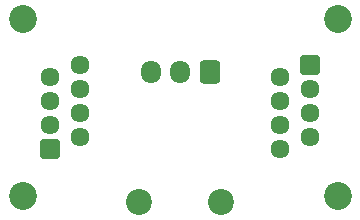
<source format=gbr>
%TF.GenerationSoftware,KiCad,Pcbnew,9.0.1*%
%TF.CreationDate,2026-01-21T10:43:00-08:00*%
%TF.ProjectId,temp_node,74656d70-5f6e-46f6-9465-2e6b69636164,rev?*%
%TF.SameCoordinates,Original*%
%TF.FileFunction,Soldermask,Bot*%
%TF.FilePolarity,Negative*%
%FSLAX46Y46*%
G04 Gerber Fmt 4.6, Leading zero omitted, Abs format (unit mm)*
G04 Created by KiCad (PCBNEW 9.0.1) date 2026-01-21 10:43:00*
%MOMM*%
%LPD*%
G01*
G04 APERTURE LIST*
G04 Aperture macros list*
%AMRoundRect*
0 Rectangle with rounded corners*
0 $1 Rounding radius*
0 $2 $3 $4 $5 $6 $7 $8 $9 X,Y pos of 4 corners*
0 Add a 4 corners polygon primitive as box body*
4,1,4,$2,$3,$4,$5,$6,$7,$8,$9,$2,$3,0*
0 Add four circle primitives for the rounded corners*
1,1,$1+$1,$2,$3*
1,1,$1+$1,$4,$5*
1,1,$1+$1,$6,$7*
1,1,$1+$1,$8,$9*
0 Add four rect primitives between the rounded corners*
20,1,$1+$1,$2,$3,$4,$5,0*
20,1,$1+$1,$4,$5,$6,$7,0*
20,1,$1+$1,$6,$7,$8,$9,0*
20,1,$1+$1,$8,$9,$2,$3,0*%
G04 Aperture macros list end*
%ADD10C,2.360000*%
%ADD11RoundRect,0.102000X-0.704000X0.704000X-0.704000X-0.704000X0.704000X-0.704000X0.704000X0.704000X0*%
%ADD12C,1.612000*%
%ADD13C,2.200000*%
%ADD14RoundRect,0.250000X0.600000X0.725000X-0.600000X0.725000X-0.600000X-0.725000X0.600000X-0.725000X0*%
%ADD15O,1.700000X1.950000*%
%ADD16RoundRect,0.102000X0.704000X-0.704000X0.704000X0.704000X-0.704000X0.704000X-0.704000X-0.704000X0*%
G04 APERTURE END LIST*
D10*
%TO.C,J1*%
X67160000Y-81000000D03*
X67160000Y-96000000D03*
D11*
X69460000Y-92070000D03*
D12*
X72000000Y-91050000D03*
X69460000Y-90030000D03*
X72000000Y-89010000D03*
X69460000Y-87990000D03*
X72000000Y-86970000D03*
X69460000Y-85950000D03*
X72000000Y-84930000D03*
%TD*%
D13*
%TO.C,H0*%
X84000000Y-96500000D03*
%TD*%
%TO.C,H1*%
X77000000Y-96500000D03*
%TD*%
D14*
%TO.C,J2*%
X83000000Y-85500000D03*
D15*
X80500000Y-85500000D03*
X78000000Y-85500000D03*
%TD*%
D10*
%TO.C,J3*%
X93840000Y-96000000D03*
X93840000Y-81000000D03*
D16*
X91540000Y-84930000D03*
D12*
X89000000Y-85950000D03*
X91540000Y-86970000D03*
X89000000Y-87990000D03*
X91540000Y-89010000D03*
X89000000Y-90030000D03*
X91540000Y-91050000D03*
X89000000Y-92070000D03*
%TD*%
M02*

</source>
